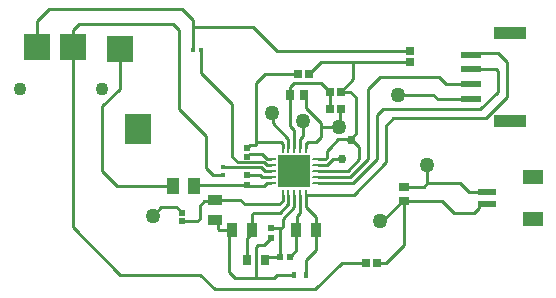
<source format=gbr>
%TF.GenerationSoftware,Altium Limited,Altium Designer,25.8.1 (18)*%
G04 Layer_Physical_Order=1*
G04 Layer_Color=255*
%FSLAX45Y45*%
%MOMM*%
%TF.SameCoordinates,59470FF0-CD15-45DD-BB61-DC51C1D221A1*%
%TF.FilePolarity,Positive*%
%TF.FileFunction,Copper,L1,Top,Signal*%
%TF.Part,Single*%
G01*
G75*
%TA.AperFunction,SMDPad,CuDef*%
%ADD10R,0.45000X0.45000*%
%ADD11R,1.00000X1.35000*%
%ADD12R,0.47247X0.51535*%
%ADD13R,1.70000X0.60000*%
%ADD14R,2.80000X1.00000*%
%ADD15R,1.80000X1.20000*%
%ADD16R,1.55000X0.60000*%
%ADD17R,0.85000X1.30000*%
%ADD18R,0.65000X0.70000*%
%ADD19R,0.70000X0.65000*%
%ADD20R,0.90000X0.75000*%
G04:AMPARAMS|DCode=21|XSize=0.23928mm|YSize=0.93106mm|CornerRadius=0.11964mm|HoleSize=0mm|Usage=FLASHONLY|Rotation=0.000|XOffset=0mm|YOffset=0mm|HoleType=Round|Shape=RoundedRectangle|*
%AMROUNDEDRECTD21*
21,1,0.23928,0.69178,0,0,0.0*
21,1,0.00000,0.93106,0,0,0.0*
1,1,0.23928,0.00000,-0.34589*
1,1,0.23928,0.00000,-0.34589*
1,1,0.23928,0.00000,0.34589*
1,1,0.23928,0.00000,0.34589*
%
%ADD21ROUNDEDRECTD21*%
G04:AMPARAMS|DCode=22|XSize=0.93106mm|YSize=0.23928mm|CornerRadius=0.11964mm|HoleSize=0mm|Usage=FLASHONLY|Rotation=0.000|XOffset=0mm|YOffset=0mm|HoleType=Round|Shape=RoundedRectangle|*
%AMROUNDEDRECTD22*
21,1,0.93106,0.00000,0,0,0.0*
21,1,0.69178,0.23928,0,0,0.0*
1,1,0.23928,0.34589,0.00000*
1,1,0.23928,-0.34589,0.00000*
1,1,0.23928,-0.34589,0.00000*
1,1,0.23928,0.34589,0.00000*
%
%ADD22ROUNDEDRECTD22*%
%ADD23R,0.93106X0.23928*%
%ADD24R,2.75000X2.75000*%
%ADD25R,0.52000X0.52000*%
%ADD26R,0.80000X0.90000*%
%ADD27R,0.55000X0.60000*%
%ADD28R,0.45000X0.50000*%
%ADD29R,1.30000X0.85000*%
%ADD30R,2.20000X2.30000*%
%ADD31R,2.20000X2.50000*%
%ADD32R,0.45000X0.45000*%
%ADD33R,0.60000X0.55000*%
%ADD34R,0.75000X0.90000*%
%TA.AperFunction,Conductor*%
%ADD35C,0.25400*%
%TA.AperFunction,ComponentPad*%
%ADD36C,1.10000*%
%TA.AperFunction,ViaPad*%
%ADD37C,1.27000*%
%ADD38C,0.76200*%
D10*
X1890000Y2350000D02*
D03*
X1960000D02*
D03*
D11*
X1720000Y1200000D02*
D03*
X1900000D02*
D03*
D12*
X1800000Y900000D02*
D03*
Y975713D02*
D03*
X2350000Y1449287D02*
D03*
Y1525000D02*
D03*
D13*
X4242500Y2312500D02*
D03*
Y2187500D02*
D03*
Y2062500D02*
D03*
Y1937500D02*
D03*
D14*
X4577500Y1752500D02*
D03*
Y2497500D02*
D03*
D15*
X4767500Y920000D02*
D03*
Y1280000D02*
D03*
D16*
X4380000Y1050000D02*
D03*
Y1150000D02*
D03*
D17*
X2225000Y825000D02*
D03*
X2395000D02*
D03*
X2765000D02*
D03*
X2935000D02*
D03*
D18*
X3725000Y2250000D02*
D03*
Y2345000D02*
D03*
D19*
X3145000Y2000000D02*
D03*
X3447500Y550000D02*
D03*
X2872500Y2150000D02*
D03*
X2777500D02*
D03*
X3352500Y550000D02*
D03*
X3052500Y1850000D02*
D03*
X3147500D02*
D03*
X3050000Y2000000D02*
D03*
D20*
X3675000Y1075000D02*
D03*
Y1195000D02*
D03*
D21*
X2800000Y1524053D02*
D03*
X2700000D02*
D03*
X2650000D02*
D03*
X2750000D02*
D03*
X2850000D02*
D03*
Y1125947D02*
D03*
X2800000D02*
D03*
X2750000D02*
D03*
X2700000D02*
D03*
X2650000D02*
D03*
D22*
X2949053Y1325000D02*
D03*
Y1425000D02*
D03*
Y1375000D02*
D03*
Y1275000D02*
D03*
Y1225000D02*
D03*
X2550947D02*
D03*
Y1275000D02*
D03*
Y1325000D02*
D03*
Y1375000D02*
D03*
D23*
Y1425000D02*
D03*
D24*
X2750000Y1325000D02*
D03*
D25*
X2350000Y1210000D02*
D03*
Y1290000D02*
D03*
D26*
X2500000Y575000D02*
D03*
X2350000D02*
D03*
D27*
X2550000Y757500D02*
D03*
Y842500D02*
D03*
D28*
X2750000Y450000D02*
D03*
X2845000D02*
D03*
D29*
X2075000Y915000D02*
D03*
Y1085000D02*
D03*
D30*
X1275000Y2360000D02*
D03*
X875000Y2380000D02*
D03*
X575000D02*
D03*
D31*
X1425000Y1680000D02*
D03*
D32*
X2150000Y1360000D02*
D03*
Y1290000D02*
D03*
D33*
X2625000Y600000D02*
D03*
X2710000D02*
D03*
D34*
X2835000Y1975000D02*
D03*
X2715000D02*
D03*
D35*
X3525000Y1712500D02*
X3587500Y1775000D01*
X3525000Y1400000D02*
Y1712500D01*
X3587500Y1775000D02*
X4375000D01*
X4550000Y1950000D01*
X2850000Y1125947D02*
X3250947D01*
X3525000Y1400000D01*
X3500000Y1850000D02*
X4325000D01*
X4475000Y2000000D01*
X3450000Y1800000D02*
X3500000Y1850000D01*
X3375000Y1425000D02*
Y2025000D01*
X3225000Y1275000D02*
X3375000Y1425000D01*
Y2025000D02*
X3475000Y2125000D01*
X3450000Y1425000D02*
Y1800000D01*
X3250000Y1225000D02*
X3450000Y1425000D01*
X3475000Y2125000D02*
X3975000D01*
X4037500Y2062500D02*
X4242500D01*
X3975000Y2125000D02*
X4037500Y2062500D01*
X2425000Y685121D02*
X2439879Y700000D01*
X2492500D01*
X2425000Y425000D02*
Y685121D01*
Y425000D02*
X2575000D01*
X2250000D02*
X2425000D01*
X2200000Y475000D02*
X2250000Y425000D01*
X2575000D02*
X2600000Y450000D01*
X2750000D01*
X2847618Y572619D02*
X2935000Y660000D01*
Y825000D01*
X2847618Y455118D02*
Y572619D01*
X2935000Y825000D02*
Y940000D01*
X3875000Y1225000D02*
X4155000D01*
X4230000Y1150000D01*
X4380000D01*
X2330200Y1044800D02*
X2619800D01*
X2075000Y1085000D02*
X2290000D01*
X2330200Y1044800D01*
X2619800D02*
X2650000Y1075000D01*
Y1125947D01*
X3250000Y2250000D02*
X3725000D01*
X2875000Y2150000D02*
X2975000Y2250000D01*
X3250000D01*
Y2102500D02*
Y2250000D01*
X3147500Y2000000D02*
X3250000Y2102500D01*
X3145000Y2000000D02*
X3147500D01*
X925000Y2575000D02*
X1725000D01*
X875000Y850000D02*
Y2380000D01*
Y2525000D01*
X925000Y2575000D01*
X1725000D02*
X1775000Y2525000D01*
Y1850000D02*
X2000000Y1625000D01*
X1775000Y1850000D02*
Y2525000D01*
X2000000Y1350000D02*
Y1625000D01*
Y1350000D02*
X2060000Y1290000D01*
X2150000D01*
X1960000Y2160001D02*
Y2350000D01*
X2225000Y1450000D02*
Y1895001D01*
X1960000Y2160001D02*
X2225000Y1895001D01*
Y1450000D02*
X2275000Y1400000D01*
X2492829D01*
X3327500Y550000D02*
X3352500D01*
X2925000Y325000D02*
X3150000Y550000D01*
X2075000Y325000D02*
X2925000D01*
X3150000Y550000D02*
X3327500D01*
X1950000Y450000D02*
X2075000Y325000D01*
X1275000Y450000D02*
X1950000D01*
X875000Y850000D02*
X1275000Y450000D01*
X4475000Y2325000D02*
X4550000Y2250000D01*
X4255000Y2325000D02*
X4475000D01*
X4550000Y1950000D02*
Y2250000D01*
X2949053Y1225000D02*
X3250000D01*
X3352500Y530200D02*
Y550000D01*
X2800000Y1600000D02*
X2825000Y1625000D01*
Y1750000D01*
X2800000Y1524053D02*
Y1600000D01*
X2864879Y1575000D02*
X2934559D01*
X2977470Y1617911D01*
X2850000Y1560121D02*
X2864879Y1575000D01*
X2850000Y1524053D02*
Y1560121D01*
X2715000Y1707897D02*
X2750000Y1672897D01*
Y1524053D02*
Y1672897D01*
X2567884Y1732116D02*
X2700000Y1600000D01*
X2567884Y1732116D02*
Y1807116D01*
X2700000Y1524053D02*
Y1600000D01*
X2558942Y1816058D02*
X2567884Y1807116D01*
X2395000Y960121D02*
X2409879Y975000D01*
X2625000D01*
X2700000Y1050000D01*
X2395000Y825000D02*
Y960121D01*
X3275000Y1646091D02*
Y1950000D01*
X3145000Y2000000D02*
X3225000D01*
X3275000Y1950000D01*
X3675000Y700000D02*
Y1075000D01*
X3525000Y550000D02*
X3675000Y700000D01*
X3447500Y550000D02*
X3525000D01*
X4315200Y1032700D02*
X4332500Y1050000D01*
X4275000Y975000D02*
X4315200Y1015200D01*
X4100000Y975000D02*
X4275000D01*
X4332500Y1050000D02*
X4350000D01*
X4315200Y1015200D02*
Y1032700D01*
X3222530Y1597530D02*
X3225000Y1600000D01*
X4000000Y1075000D02*
X4100000Y975000D01*
X3475000Y900000D02*
X3492500D01*
X3667500Y1075000D01*
X3675000D01*
X3653192Y1975000D02*
X3925000D01*
X3962500Y1937500D02*
X4242500D01*
X3925000Y1975000D02*
X3962500Y1937500D01*
X3121583Y1597530D02*
X3222530D01*
X3225000Y1600000D02*
X3228908D01*
X3275000Y1646091D01*
X3675000Y1075000D02*
X4000000D01*
X3242214Y1589407D02*
X3300000Y1531621D01*
X3232062Y1589407D02*
X3242214D01*
X3300000Y1425000D02*
Y1531621D01*
X3049053Y1525000D02*
X3121583Y1597530D01*
X3200000Y1325000D02*
X3300000Y1425000D01*
X3049053Y1525000D02*
X3049053D01*
X3025000Y1500947D02*
X3049053Y1525000D01*
X3025000Y1439879D02*
Y1500947D01*
X2872500Y2150000D02*
X2875000D01*
X2949053Y1425000D02*
X3010121D01*
X3025000Y1439879D01*
X2949053Y1325000D02*
X3200000D01*
X1800000Y975713D02*
Y977857D01*
X1750713Y1025000D02*
X1786932Y988780D01*
X1625000Y1025000D02*
X1750713D01*
X1550000Y950000D02*
X1625000Y1025000D01*
X1789076Y988780D02*
X1800000Y977857D01*
X1786932Y988780D02*
X1789076D01*
X2425000Y1550800D02*
Y1575000D01*
X2635121D01*
X2425000D02*
Y2075000D01*
X2650000Y1524053D02*
Y1560121D01*
X2635121Y1575000D02*
X2650000Y1560121D01*
X2375800Y1550800D02*
X2425000D01*
X2363067Y1538068D02*
X2375800Y1550800D01*
X2500000Y2150000D02*
X2777500D01*
X2425000Y2075000D02*
X2500000Y2150000D01*
X2360924Y1538068D02*
X2363067D01*
X2350000Y1527144D02*
X2360924Y1538068D01*
X2350000Y1525000D02*
Y1527144D01*
Y1449287D02*
Y1451431D01*
X2360924Y1462355D01*
X2363067D01*
X2368542Y1467829D01*
X2475000D01*
X2517829Y1425000D01*
X2550947D01*
X2550000Y755000D02*
Y757500D01*
X2535200Y740200D02*
X2550000Y755000D01*
X2532700Y740200D02*
X2535200D01*
X2492500Y700000D02*
X2532700Y740200D01*
X2114879Y825000D02*
X2225000D01*
X2200000Y800000D02*
X2225000Y825000D01*
X2100000Y839879D02*
Y890000D01*
X2075000Y915000D02*
X2100000Y890000D01*
Y839879D02*
X2114879Y825000D01*
X2200000Y475000D02*
Y800000D01*
X2977470Y1617911D02*
Y1682089D01*
X2975000Y1700000D02*
X3125000D01*
X3136250Y1838750D02*
X3147500Y1850000D01*
X3125000Y1700000D02*
X3136250Y1711250D01*
Y1838750D01*
X2975000Y1684559D02*
Y1700000D01*
Y1736905D01*
X2850000Y1861905D02*
X2975000Y1736905D01*
X2850000Y1861905D02*
Y1960000D01*
X2975000Y1684559D02*
X2977470Y1682089D01*
X2835000Y1975000D02*
X2850000Y1960000D01*
X3050000Y1852500D02*
X3052500Y1850000D01*
X3050000Y1852500D02*
Y2000000D01*
X2715000Y1975000D02*
Y2040000D01*
X2150000Y1360000D02*
X2465000D01*
X2500000Y1325000D02*
X2550947D01*
X2465000Y1360000D02*
X2500000Y1325000D01*
X2625000Y832379D02*
X2635121Y842500D01*
X2625000Y600000D02*
Y832379D01*
X2650000Y925000D02*
X2750000Y1025000D01*
X2650000Y857379D02*
Y925000D01*
X2635121Y842500D02*
X2650000Y857379D01*
X2550000Y842500D02*
X2635121D01*
X2500000Y575000D02*
X2525000Y600000D01*
X2625000D01*
X2750000Y1025000D02*
Y1125947D01*
X2765000Y655000D02*
Y825000D01*
X2727300Y617300D02*
X2765000Y655000D01*
X2727300Y614800D02*
Y617300D01*
X2712500Y600000D02*
X2727300Y614800D01*
X2710000Y600000D02*
X2712500D01*
X2800000Y975000D02*
Y1125947D01*
X2775000Y950000D02*
X2800000Y975000D01*
X2775000Y835000D02*
Y950000D01*
X2765000Y825000D02*
X2775000Y835000D01*
X1900000Y1200000D02*
X1910000Y1210000D01*
X2350000D01*
X2370000Y1200000D02*
X2492829D01*
X2517829Y1225000D01*
X2550947D01*
X2492829Y1400000D02*
X2517829Y1375000D01*
X2550947D01*
X2395000Y802500D02*
Y825000D01*
X2350000Y757500D02*
X2395000Y802500D01*
X2350000Y575000D02*
Y757500D01*
X2700000Y1050000D02*
Y1125947D01*
X2715000Y2040000D02*
X2750000Y2075000D01*
X2715000Y1707897D02*
Y1975000D01*
X3875000Y1225000D02*
Y1322530D01*
X3845000Y1195000D02*
X3875000Y1225000D01*
X3675000Y1195000D02*
X3845000D01*
X4242500Y2187500D02*
X4460121D01*
X4475000Y2172621D01*
Y2000000D02*
Y2172621D01*
X3075000Y1425000D02*
X3150000D01*
X3025000Y1375000D02*
X3075000Y1425000D01*
X2750000Y2075000D02*
X2975000D01*
X3050000Y2000000D01*
X2949053Y1275000D02*
X3225000D01*
X2949053Y1375000D02*
X3025000D01*
X4242500Y2312500D02*
X4255000Y2325000D01*
X1890000Y2550000D02*
X2400000D01*
X2605000Y2345000D01*
X3725000D01*
X1890000Y2550000D02*
Y2610000D01*
X2059651Y1069651D02*
X2075000Y1085000D01*
X1986779Y1069651D02*
X2059651D01*
X1950000Y1032872D02*
X1986779Y1069651D01*
X1950000Y925000D02*
Y1032872D01*
X1800000Y900000D02*
X1925000D01*
X1950000Y925000D01*
X3327500Y550000D02*
X3330000D01*
X3349800Y530200D01*
X1125000Y1325000D02*
Y1875000D01*
Y1325000D02*
X1250000Y1200000D01*
X1125000Y1875000D02*
X1275000Y2025001D01*
X1250000Y1200000D02*
X1720000D01*
X1275000Y2025001D02*
Y2360000D01*
X1890000Y2350000D02*
Y2550000D01*
X1800000Y2700000D02*
X1890000Y2610000D01*
X675000Y2700000D02*
X1800000D01*
X575000Y2600000D02*
X675000Y2700000D01*
X575000Y2380000D02*
Y2600000D01*
X2459221Y1290779D02*
X2475000Y1275000D01*
X2350000Y1290779D02*
X2459221D01*
X2475000Y1275000D02*
X2550947D01*
X2850000Y1025000D02*
X2935000Y940000D01*
X2850000Y1025000D02*
Y1125947D01*
D36*
X1125000Y2025000D02*
D03*
X425000D02*
D03*
D37*
X3475000Y900000D02*
D03*
X3625000Y1975000D02*
D03*
X2825000Y1750000D02*
D03*
X2558942Y1816058D02*
D03*
X1550000Y950000D02*
D03*
X3125000Y1700000D02*
D03*
X3875000Y1375000D02*
D03*
D38*
X3232062Y1589407D02*
D03*
X3150000Y1425000D02*
D03*
%TF.MD5,e9eceee7f4a530b86b0167a25ed55693*%
M02*

</source>
